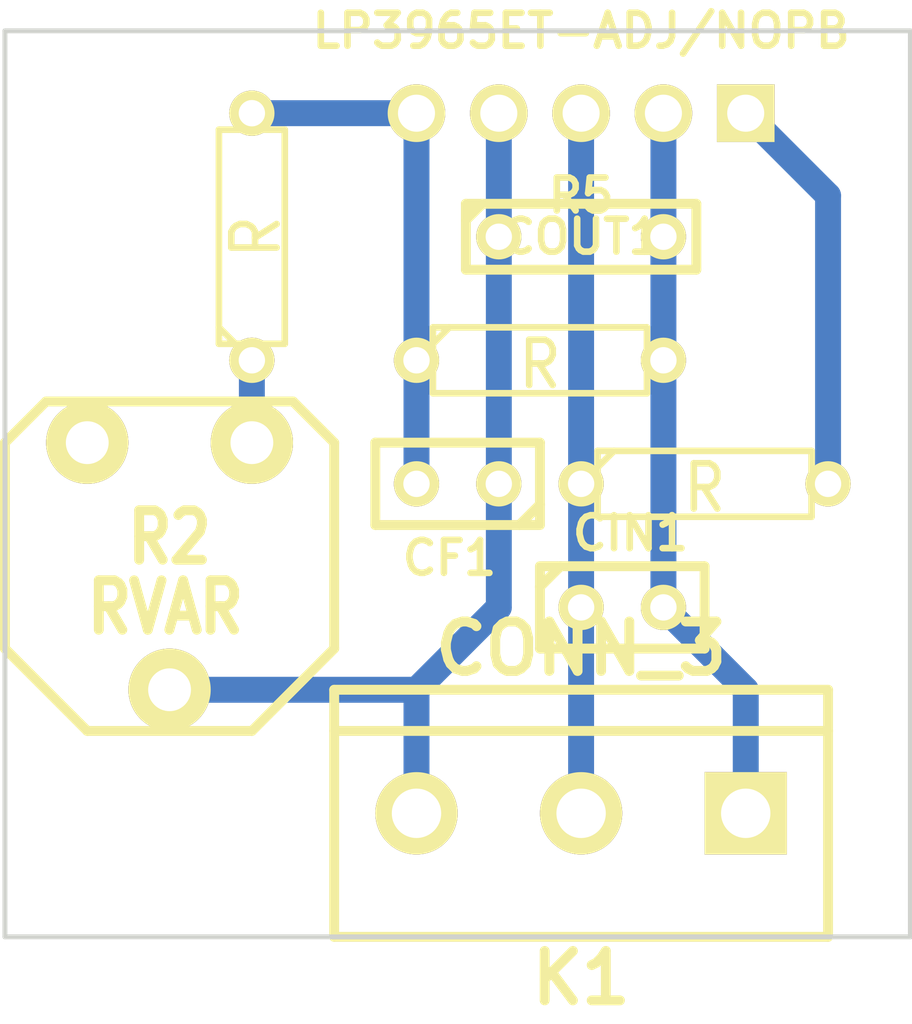
<source format=kicad_pcb>
(kicad_pcb (version 3) (host pcbnew "(2013-may-18)-stable")

  (general
    (links 16)
    (no_connects 0)
    (area 166.687599 67.1704 195.917155 99.5044)
    (thickness 1.6)
    (drawings 4)
    (tracks 22)
    (zones 0)
    (modules 11)
    (nets 7)
  )

  (page A3)
  (layers
    (15 F.Cu signal)
    (0 B.Cu signal)
    (16 B.Adhes user)
    (17 F.Adhes user)
    (18 B.Paste user)
    (19 F.Paste user)
    (20 B.SilkS user)
    (21 F.SilkS user)
    (22 B.Mask user)
    (23 F.Mask user)
    (24 Dwgs.User user)
    (25 Cmts.User user)
    (26 Eco1.User user)
    (27 Eco2.User user)
    (28 Edge.Cuts user)
  )

  (setup
    (last_trace_width 0.8)
    (trace_clearance 0.8)
    (zone_clearance 0.508)
    (zone_45_only no)
    (trace_min 0.8)
    (segment_width 0.2)
    (edge_width 0.15)
    (via_size 0.889)
    (via_drill 0.635)
    (via_min_size 0.889)
    (via_min_drill 0.508)
    (uvia_size 0.508)
    (uvia_drill 0.127)
    (uvias_allowed no)
    (uvia_min_size 0.508)
    (uvia_min_drill 0.127)
    (pcb_text_width 0.3)
    (pcb_text_size 1 1)
    (mod_edge_width 0.15)
    (mod_text_size 1 1)
    (mod_text_width 0.15)
    (pad_size 2.54 2.54)
    (pad_drill 1.3208)
    (pad_to_mask_clearance 0)
    (aux_axis_origin 0 0)
    (visible_elements 7FFFFFFF)
    (pcbplotparams
      (layerselection 3178497)
      (usegerberextensions true)
      (excludeedgelayer true)
      (linewidth 0.150000)
      (plotframeref false)
      (viasonmask false)
      (mode 1)
      (useauxorigin false)
      (hpglpennumber 1)
      (hpglpenspeed 20)
      (hpglpendiameter 15)
      (hpglpenoverlay 2)
      (psnegative false)
      (psa4output false)
      (plotreference true)
      (plotvalue true)
      (plotothertext true)
      (plotinvisibletext false)
      (padsonsilk false)
      (subtractmaskfromsilk false)
      (outputformat 1)
      (mirror false)
      (drillshape 1)
      (scaleselection 1)
      (outputdirectory ""))
  )

  (net 0 "")
  (net 1 /ADJ)
  (net 2 /SD)
  (net 3 /VIN)
  (net 4 /VOUT)
  (net 5 GND)
  (net 6 N-000002)

  (net_class Default "This is the default net class."
    (clearance 0.8)
    (trace_width 0.8)
    (via_dia 0.889)
    (via_drill 0.635)
    (uvia_dia 0.508)
    (uvia_drill 0.127)
    (add_net "")
    (add_net /ADJ)
    (add_net /SD)
    (add_net /VIN)
    (add_net /VOUT)
    (add_net GND)
    (add_net N-000002)
  )

  (module R3 (layer F.Cu) (tedit 4E4C0E65) (tstamp 543307FA)
    (at 184.15 78.74)
    (descr "Resitance 3 pas")
    (tags R)
    (path /5404C8D9)
    (autoplace_cost180 10)
    (fp_text reference R1 (at 0 0.127) (layer F.SilkS) hide
      (effects (font (size 1.397 1.27) (thickness 0.2032)))
    )
    (fp_text value R (at 0 0.127) (layer F.SilkS)
      (effects (font (size 1.397 1.27) (thickness 0.2032)))
    )
    (fp_line (start -3.81 0) (end -3.302 0) (layer F.SilkS) (width 0.2032))
    (fp_line (start 3.81 0) (end 3.302 0) (layer F.SilkS) (width 0.2032))
    (fp_line (start 3.302 0) (end 3.302 -1.016) (layer F.SilkS) (width 0.2032))
    (fp_line (start 3.302 -1.016) (end -3.302 -1.016) (layer F.SilkS) (width 0.2032))
    (fp_line (start -3.302 -1.016) (end -3.302 1.016) (layer F.SilkS) (width 0.2032))
    (fp_line (start -3.302 1.016) (end 3.302 1.016) (layer F.SilkS) (width 0.2032))
    (fp_line (start 3.302 1.016) (end 3.302 0) (layer F.SilkS) (width 0.2032))
    (fp_line (start -3.302 -0.508) (end -2.794 -1.016) (layer F.SilkS) (width 0.2032))
    (pad 1 thru_hole circle (at -3.81 0) (size 1.397 1.397) (drill 0.8128)
      (layers *.Cu *.Mask F.SilkS)
      (net 1 /ADJ)
    )
    (pad 2 thru_hole circle (at 3.81 0) (size 1.397 1.397) (drill 0.8128)
      (layers *.Cu *.Mask F.SilkS)
      (net 5 GND)
    )
    (model discret/resistor.wrl
      (at (xyz 0 0 0))
      (scale (xyz 0.3 0.3 0.3))
      (rotate (xyz 0 0 0))
    )
  )

  (module R3 (layer F.Cu) (tedit 4E4C0E65) (tstamp 5432FE3F)
    (at 175.26 74.93 90)
    (descr "Resitance 3 pas")
    (tags R)
    (path /5404D4B5)
    (autoplace_cost180 10)
    (fp_text reference R3 (at 0 0.127 90) (layer F.SilkS) hide
      (effects (font (size 1.397 1.27) (thickness 0.2032)))
    )
    (fp_text value R (at 0 0.127 90) (layer F.SilkS)
      (effects (font (size 1.397 1.27) (thickness 0.2032)))
    )
    (fp_line (start -3.81 0) (end -3.302 0) (layer F.SilkS) (width 0.2032))
    (fp_line (start 3.81 0) (end 3.302 0) (layer F.SilkS) (width 0.2032))
    (fp_line (start 3.302 0) (end 3.302 -1.016) (layer F.SilkS) (width 0.2032))
    (fp_line (start 3.302 -1.016) (end -3.302 -1.016) (layer F.SilkS) (width 0.2032))
    (fp_line (start -3.302 -1.016) (end -3.302 1.016) (layer F.SilkS) (width 0.2032))
    (fp_line (start -3.302 1.016) (end 3.302 1.016) (layer F.SilkS) (width 0.2032))
    (fp_line (start 3.302 1.016) (end 3.302 0) (layer F.SilkS) (width 0.2032))
    (fp_line (start -3.302 -0.508) (end -2.794 -1.016) (layer F.SilkS) (width 0.2032))
    (pad 1 thru_hole circle (at -3.81 0 90) (size 1.397 1.397) (drill 0.8128)
      (layers *.Cu *.Mask F.SilkS)
      (net 6 N-000002)
    )
    (pad 2 thru_hole circle (at 3.81 0 90) (size 1.397 1.397) (drill 0.8128)
      (layers *.Cu *.Mask F.SilkS)
      (net 1 /ADJ)
    )
    (model discret/resistor.wrl
      (at (xyz 0 0 0))
      (scale (xyz 0.3 0.3 0.3))
      (rotate (xyz 0 0 0))
    )
  )

  (module R3 (layer F.Cu) (tedit 4E4C0E65) (tstamp 54174E39)
    (at 189.23 82.55)
    (descr "Resitance 3 pas")
    (tags R)
    (path /5404D6B8)
    (autoplace_cost180 10)
    (fp_text reference R4 (at 0 0.127) (layer F.SilkS) hide
      (effects (font (size 1.397 1.27) (thickness 0.2032)))
    )
    (fp_text value R (at 0 0.127) (layer F.SilkS)
      (effects (font (size 1.397 1.27) (thickness 0.2032)))
    )
    (fp_line (start -3.81 0) (end -3.302 0) (layer F.SilkS) (width 0.2032))
    (fp_line (start 3.81 0) (end 3.302 0) (layer F.SilkS) (width 0.2032))
    (fp_line (start 3.302 0) (end 3.302 -1.016) (layer F.SilkS) (width 0.2032))
    (fp_line (start 3.302 -1.016) (end -3.302 -1.016) (layer F.SilkS) (width 0.2032))
    (fp_line (start -3.302 -1.016) (end -3.302 1.016) (layer F.SilkS) (width 0.2032))
    (fp_line (start -3.302 1.016) (end 3.302 1.016) (layer F.SilkS) (width 0.2032))
    (fp_line (start 3.302 1.016) (end 3.302 0) (layer F.SilkS) (width 0.2032))
    (fp_line (start -3.302 -0.508) (end -2.794 -1.016) (layer F.SilkS) (width 0.2032))
    (pad 1 thru_hole circle (at -3.81 0) (size 1.397 1.397) (drill 0.8128)
      (layers *.Cu *.Mask F.SilkS)
      (net 3 /VIN)
    )
    (pad 2 thru_hole circle (at 3.81 0) (size 1.397 1.397) (drill 0.8128)
      (layers *.Cu *.Mask F.SilkS)
      (net 2 /SD)
    )
    (model discret/resistor.wrl
      (at (xyz 0 0 0))
      (scale (xyz 0.3 0.3 0.3))
      (rotate (xyz 0 0 0))
    )
  )

  (module C1 (layer F.Cu) (tedit 3F92C496) (tstamp 5457E8E5)
    (at 186.69 86.36)
    (descr "Condensateur e = 1 pas")
    (tags C)
    (path /5404CBF8)
    (fp_text reference CIN1 (at 0.254 -2.286) (layer F.SilkS)
      (effects (font (size 1.016 1.016) (thickness 0.2032)))
    )
    (fp_text value C (at 0 -2.286) (layer F.SilkS) hide
      (effects (font (size 1.016 1.016) (thickness 0.2032)))
    )
    (fp_line (start -2.4892 -1.27) (end 2.54 -1.27) (layer F.SilkS) (width 0.3048))
    (fp_line (start 2.54 -1.27) (end 2.54 1.27) (layer F.SilkS) (width 0.3048))
    (fp_line (start 2.54 1.27) (end -2.54 1.27) (layer F.SilkS) (width 0.3048))
    (fp_line (start -2.54 1.27) (end -2.54 -1.27) (layer F.SilkS) (width 0.3048))
    (fp_line (start -2.54 -0.635) (end -1.905 -1.27) (layer F.SilkS) (width 0.3048))
    (pad 1 thru_hole circle (at -1.27 0) (size 1.397 1.397) (drill 0.8128)
      (layers *.Cu *.Mask F.SilkS)
      (net 3 /VIN)
    )
    (pad 2 thru_hole circle (at 1.27 0) (size 1.397 1.397) (drill 0.8128)
      (layers *.Cu *.Mask F.SilkS)
      (net 5 GND)
    )
    (model discret/capa_1_pas.wrl
      (at (xyz 0 0 0))
      (scale (xyz 1 1 1))
      (rotate (xyz 0 0 0))
    )
  )

  (module C1 (layer F.Cu) (tedit 3F92C496) (tstamp 54611A80)
    (at 181.61 82.55 180)
    (descr "Condensateur e = 1 pas")
    (tags C)
    (path /5404D387)
    (fp_text reference CF1 (at 0.254 -2.286 180) (layer F.SilkS)
      (effects (font (size 1.016 1.016) (thickness 0.2032)))
    )
    (fp_text value C (at 0 -2.286 180) (layer F.SilkS) hide
      (effects (font (size 1.016 1.016) (thickness 0.2032)))
    )
    (fp_line (start -2.4892 -1.27) (end 2.54 -1.27) (layer F.SilkS) (width 0.3048))
    (fp_line (start 2.54 -1.27) (end 2.54 1.27) (layer F.SilkS) (width 0.3048))
    (fp_line (start 2.54 1.27) (end -2.54 1.27) (layer F.SilkS) (width 0.3048))
    (fp_line (start -2.54 1.27) (end -2.54 -1.27) (layer F.SilkS) (width 0.3048))
    (fp_line (start -2.54 -0.635) (end -1.905 -1.27) (layer F.SilkS) (width 0.3048))
    (pad 1 thru_hole circle (at -1.27 0 180) (size 1.397 1.397) (drill 0.8128)
      (layers *.Cu *.Mask F.SilkS)
      (net 4 /VOUT)
    )
    (pad 2 thru_hole circle (at 1.27 0 180) (size 1.397 1.397) (drill 0.8128)
      (layers *.Cu *.Mask F.SilkS)
      (net 1 /ADJ)
    )
    (model discret/capa_1_pas.wrl
      (at (xyz 0 0 0))
      (scale (xyz 1 1 1))
      (rotate (xyz 0 0 0))
    )
  )

  (module bornier3 (layer F.Cu) (tedit 54330689) (tstamp 5457E8D9)
    (at 185.42 92.71 180)
    (descr "Bornier d'alimentation 3 pins")
    (tags DEV)
    (path /5404D61C)
    (fp_text reference K1 (at 0 -5.08 180) (layer F.SilkS)
      (effects (font (size 1.524 1.524) (thickness 0.3048)))
    )
    (fp_text value CONN_3 (at 0 5.08 180) (layer F.SilkS)
      (effects (font (size 1.524 1.524) (thickness 0.3048)))
    )
    (fp_line (start -7.62 3.81) (end -7.62 -3.81) (layer F.SilkS) (width 0.3048))
    (fp_line (start 7.62 3.81) (end 7.62 -3.81) (layer F.SilkS) (width 0.3048))
    (fp_line (start -7.62 2.54) (end 7.62 2.54) (layer F.SilkS) (width 0.3048))
    (fp_line (start -7.62 -3.81) (end 7.62 -3.81) (layer F.SilkS) (width 0.3048))
    (fp_line (start -7.62 3.81) (end 7.62 3.81) (layer F.SilkS) (width 0.3048))
    (pad 1 thru_hole rect (at -5.08 0 180) (size 2.54 2.54) (drill 1.524)
      (layers *.Cu *.Mask F.SilkS)
      (net 5 GND)
    )
    (pad 2 thru_hole circle (at 0 0 180) (size 2.54 2.54) (drill 1.524)
      (layers *.Cu *.Mask F.SilkS)
      (net 3 /VIN)
    )
    (pad 3 thru_hole circle (at 5.08 0 180) (size 2.54 2.54) (drill 1.524)
      (layers *.Cu *.Mask F.SilkS)
      (net 4 /VOUT)
    )
    (model device/bornier_3.wrl
      (at (xyz 0 0 0))
      (scale (xyz 1 1 1))
      (rotate (xyz 0 0 0))
    )
  )

  (module C2 (layer F.Cu) (tedit 200000) (tstamp 54174E5A)
    (at 185.42 74.93)
    (descr "Condensateur = 2 pas")
    (tags C)
    (path /5404D521)
    (fp_text reference COUT1 (at 0 0) (layer F.SilkS)
      (effects (font (size 1.016 1.016) (thickness 0.2032)))
    )
    (fp_text value C (at 0 0) (layer F.SilkS) hide
      (effects (font (size 1.016 1.016) (thickness 0.2032)))
    )
    (fp_line (start -3.556 -1.016) (end 3.556 -1.016) (layer F.SilkS) (width 0.3048))
    (fp_line (start 3.556 -1.016) (end 3.556 1.016) (layer F.SilkS) (width 0.3048))
    (fp_line (start 3.556 1.016) (end -3.556 1.016) (layer F.SilkS) (width 0.3048))
    (fp_line (start -3.556 1.016) (end -3.556 -1.016) (layer F.SilkS) (width 0.3048))
    (fp_line (start -3.556 -0.508) (end -3.048 -1.016) (layer F.SilkS) (width 0.3048))
    (pad 1 thru_hole circle (at -2.54 0) (size 1.397 1.397) (drill 0.8128)
      (layers *.Cu *.Mask F.SilkS)
      (net 4 /VOUT)
    )
    (pad 2 thru_hole circle (at 2.54 0) (size 1.397 1.397) (drill 0.8128)
      (layers *.Cu *.Mask F.SilkS)
      (net 5 GND)
    )
    (model discret/capa_2pas_5x5mm.wrl
      (at (xyz 0 0 0))
      (scale (xyz 1 1 1))
      (rotate (xyz 0 0 0))
    )
  )

  (module RVAR (layer F.Cu) (tedit 5457F02A) (tstamp 5468BD51)
    (at 172.72 85.09 180)
    (descr "Resistance variable")
    (tags RV)
    (path /5404D44D)
    (fp_text reference R2 (at 0 0.889 180) (layer F.SilkS)
      (effects (font (size 1.524 1.27) (thickness 0.3048)))
    )
    (fp_text value RVAR (at 0.127 -1.27 180) (layer F.SilkS)
      (effects (font (size 1.524 1.27) (thickness 0.3048)))
    )
    (fp_line (start 2.54 -5.08) (end -2.54 -5.08) (layer F.SilkS) (width 0.3048))
    (fp_line (start -2.54 -5.08) (end -5.08 -2.54) (layer F.SilkS) (width 0.3048))
    (fp_line (start -5.08 -2.54) (end -5.08 3.81) (layer F.SilkS) (width 0.3048))
    (fp_line (start -5.08 3.81) (end -3.81 5.08) (layer F.SilkS) (width 0.3048))
    (fp_line (start -3.81 5.08) (end 3.81 5.08) (layer F.SilkS) (width 0.3048))
    (fp_line (start 3.81 5.08) (end 5.08 3.81) (layer F.SilkS) (width 0.3048))
    (fp_line (start 5.08 3.81) (end 5.08 -2.54) (layer F.SilkS) (width 0.3048))
    (fp_line (start 5.08 -2.54) (end 2.54 -5.08) (layer F.SilkS) (width 0.3048))
    (pad 1 thru_hole circle (at 0 -3.81 180) (size 2.54 2.54) (drill 1.3208)
      (layers *.Cu *.Mask F.SilkS)
      (net 4 /VOUT)
    )
    (pad 3 thru_hole circle (at 2.54 3.81 180) (size 2.54 2.54) (drill 1.3208)
      (layers *.Cu *.Mask F.SilkS)
    )
    (pad 2 thru_hole circle (at -2.54 3.81 180) (size 2.54 2.54) (drill 1.3208)
      (layers *.Cu *.Mask F.SilkS)
      (net 6 N-000002)
    )
  )

  (module TO220-5 (layer F.Cu) (tedit 5468BF18) (tstamp 54174E0F)
    (at 185.42 68.58 90)
    (descr "Transistor TO 220-5")
    (tags "TR TO220 DEV")
    (path /5404C824)
    (fp_text reference R5 (at -5.08 0 180) (layer F.SilkS)
      (effects (font (size 1.016 1.016) (thickness 0.2032)))
    )
    (fp_text value LP3965ET-ADJ/NOPB (at 0 0 180) (layer F.SilkS)
      (effects (font (size 1.016 1.016) (thickness 0.2032)))
    )
    (pad 1 thru_hole rect (at -2.54 5.08 90) (size 1.778 1.778) (drill 1.143)
      (layers *.Cu *.Mask F.SilkS)
      (net 2 /SD)
    )
    (pad 2 thru_hole circle (at -2.54 0 90) (size 1.778 1.778) (drill 1.143)
      (layers *.Cu *.Mask F.SilkS)
      (net 3 /VIN)
    )
    (pad 3 thru_hole circle (at -2.54 2.54 90) (size 1.778 1.778) (drill 1.143)
      (layers *.Cu *.Mask F.SilkS)
      (net 5 GND)
    )
    (pad 4 thru_hole circle (at -2.54 -2.54 90) (size 1.778 1.778) (drill 1.143)
      (layers *.Cu *.Mask F.SilkS)
      (net 4 /VOUT)
    )
    (pad 5 thru_hole circle (at -2.54 -5.08 90) (size 1.778 1.778) (drill 1.143)
      (layers *.Cu *.Mask F.SilkS)
      (net 1 /ADJ)
    )
    (model discret/to220_horiz.wrl
      (at (xyz 0 0 0))
      (scale (xyz 1 1 1))
      (rotate (xyz 0 0 0))
    )
  )

  (module sigmike (layer F.Cu) (tedit 0) (tstamp 546BBCB9)
    (at 170.815 74.93)
    (fp_text reference VAL (at 0 0) (layer F.SilkS) hide
      (effects (font (size 0.381 0.381) (thickness 0.127)))
    )
    (fp_text value REF (at 0 0) (layer F.SilkS) hide
      (effects (font (size 0.381 0.381) (thickness 0.127)))
    )
    (fp_poly (pts (xy 2.35458 2.86258) (xy -0.0127 2.86258) (xy -2.37744 2.86258) (xy -2.37744 2.21742)
      (xy -2.37744 1.57226) (xy -2.13614 1.57226) (xy -1.89484 1.57226) (xy -1.89484 1.97612)
      (xy -1.89484 2.37998) (xy -0.58166 2.37998) (xy -0.22352 2.37998) (xy 0.0635 2.37744)
      (xy 0.28448 2.3749) (xy 0.44958 2.37236) (xy 0.56388 2.36728) (xy 0.63754 2.35966)
      (xy 0.67818 2.3495) (xy 0.69088 2.33426) (xy 0.6858 2.31648) (xy 0.67818 2.30378)
      (xy 0.64008 2.25552) (xy 0.55626 2.15392) (xy 0.43434 2.0066) (xy 0.2794 1.82372)
      (xy 0.1016 1.61036) (xy -0.09652 1.37668) (xy -0.18034 1.27254) (xy -0.381 1.03632)
      (xy -0.56388 0.81534) (xy -0.72136 0.6223) (xy -0.8509 0.46482) (xy -0.94234 0.34798)
      (xy -0.99314 0.2794) (xy -0.99822 0.26924) (xy -0.97536 0.2286) (xy -0.90424 0.13716)
      (xy -0.78994 -0.00254) (xy -0.63754 -0.18288) (xy -0.4572 -0.3937) (xy -0.25146 -0.63246)
      (xy -0.0254 -0.889) (xy 0.02032 -0.94234) (xy 0.24892 -1.20142) (xy 0.45974 -1.44018)
      (xy 0.6477 -1.65608) (xy 0.80518 -1.83642) (xy 0.92964 -1.97866) (xy 1.01092 -2.07518)
      (xy 1.04648 -2.11836) (xy 1.04902 -2.1209) (xy 1.01092 -2.12598) (xy 0.89916 -2.12852)
      (xy 0.72644 -2.13106) (xy 0.49784 -2.1336) (xy 0.22606 -2.13614) (xy -0.08128 -2.13614)
      (xy -0.41656 -2.13614) (xy -0.42164 -2.13868) (xy -1.88976 -2.13868) (xy -1.90246 -1.86436)
      (xy -1.91516 -1.59258) (xy -2.13614 -1.59258) (xy -2.35966 -1.59258) (xy -2.36982 -2.2479)
      (xy -2.37998 -2.90322) (xy -0.01778 -2.90322) (xy 0.47244 -2.90322) (xy 0.91694 -2.90068)
      (xy 1.3081 -2.89814) (xy 1.64338 -2.89306) (xy 1.91516 -2.88798) (xy 2.12598 -2.8829)
      (xy 2.26314 -2.87782) (xy 2.32918 -2.86766) (xy 2.33172 -2.86512) (xy 2.30378 -2.82956)
      (xy 2.22504 -2.73812) (xy 2.10566 -2.59842) (xy 1.94818 -2.42062) (xy 1.75768 -2.20218)
      (xy 1.54178 -1.95834) (xy 1.30302 -1.68656) (xy 1.0795 -1.4351) (xy 0.8255 -1.15062)
      (xy 0.59182 -0.88392) (xy 0.37846 -0.64008) (xy 0.19304 -0.42672) (xy 0.04318 -0.25146)
      (xy -0.07112 -0.1143) (xy -0.1397 -0.02794) (xy -0.16002 0) (xy -0.13462 0.0381)
      (xy -0.06096 0.127) (xy 0.0508 0.26162) (xy 0.2032 0.43434) (xy 0.381 0.64008)
      (xy 0.57912 0.87122) (xy 0.79502 1.1176) (xy 1.02108 1.37414) (xy 1.25222 1.63576)
      (xy 1.48082 1.8923) (xy 1.69926 2.13868) (xy 1.90246 2.36728) (xy 2.08534 2.56794)
      (xy 2.23774 2.73812) (xy 2.25298 2.75082) (xy 2.35458 2.86258) (xy 2.35458 2.86258)) (layer Dwgs.User) (width 0.00254))
  )

  (module acolab (layer F.Cu) (tedit 0) (tstamp 546BBD1E)
    (at 172.72 93.345)
    (fp_text reference VAL (at 0 0) (layer F.SilkS) hide
      (effects (font (size 0.381 0.381) (thickness 0.127)))
    )
    (fp_text value REF (at 0 0) (layer F.SilkS) hide
      (effects (font (size 0.381 0.381) (thickness 0.127)))
    )
    (fp_poly (pts (xy 3.92684 -1.57988) (xy 3.90398 -1.33604) (xy 3.79222 -1.09474) (xy 3.7846 -1.0795)
      (xy 3.62458 -0.90424) (xy 3.42138 -0.79502) (xy 3.3782 -0.78994) (xy 3.3782 -1.56972)
      (xy 3.3147 -1.67894) (xy 3.2004 -1.7526) (xy 3.07594 -1.7399) (xy 2.97942 -1.66878)
      (xy 2.91592 -1.55194) (xy 2.9337 -1.42494) (xy 3.01752 -1.3208) (xy 3.11404 -1.27)
      (xy 3.21056 -1.28778) (xy 3.2893 -1.33604) (xy 3.37312 -1.44018) (xy 3.3782 -1.56972)
      (xy 3.3782 -0.78994) (xy 3.16484 -0.7493) (xy 3.07594 -0.74676) (xy 2.78384 -0.74676)
      (xy 2.11582 0.0508) (xy 1.4478 0.84582) (xy 1.6129 1.1684) (xy 1.69672 1.34366)
      (xy 1.75006 1.48844) (xy 1.78054 1.64084) (xy 1.79578 1.83642) (xy 1.79832 1.89992)
      (xy 1.81864 2.30632) (xy 1.45796 2.30632) (xy 1.09728 2.30632) (xy 1.0668 1.99898)
      (xy 0.99822 1.65862) (xy 0.87122 1.3843) (xy 0.68834 1.17094) (xy 0.41656 0.98806)
      (xy 0.17272 0.89916) (xy 0.17272 -1.16078) (xy 0.11938 -1.2827) (xy 0.0381 -1.35128)
      (xy -0.05588 -1.39192) (xy -0.13208 -1.37922) (xy -0.19812 -1.34112) (xy -0.2921 -1.23444)
      (xy -0.3175 -1.1049) (xy -0.27178 -0.98044) (xy -0.2159 -0.92964) (xy -0.10668 -0.86868)
      (xy -0.01524 -0.87376) (xy 0.08382 -0.92964) (xy 0.16256 -1.03378) (xy 0.17272 -1.16078)
      (xy 0.17272 0.89916) (xy 0.127 0.88646) (xy -0.16764 0.8636) (xy -0.45466 0.91948)
      (xy -0.7239 1.05156) (xy -0.95504 1.25984) (xy -1.07188 1.41478) (xy -1.14046 1.54686)
      (xy -1.18364 1.6891) (xy -1.2065 1.87452) (xy -1.21158 1.9558) (xy -1.2319 2.30632)
      (xy -1.61036 2.30632) (xy -1.98882 2.30632) (xy -1.98882 1.99898) (xy -1.94818 1.62814)
      (xy -1.88214 1.38938) (xy -1.778 1.0795) (xy -2.25044 0.73914) (xy -2.43078 0.6096)
      (xy -2.5908 0.50038) (xy -2.71018 0.4191) (xy -2.77368 0.381) (xy -2.77622 0.37846)
      (xy -2.84988 0.38354) (xy -2.96418 0.41656) (xy -2.99466 0.42926) (xy -3.06324 0.44704)
      (xy -3.06324 -0.18796) (xy -3.1242 -0.28194) (xy -3.2512 -0.31496) (xy -3.25628 -0.31496)
      (xy -3.36042 -0.29718) (xy -3.41122 -0.22606) (xy -3.4163 -0.2032) (xy -3.41376 -0.07112)
      (xy -3.33756 0.01778) (xy -3.22326 0.04572) (xy -3.11912 0.00762) (xy -3.07848 -0.05588)
      (xy -3.06324 -0.18796) (xy -3.06324 0.44704) (xy -3.21818 0.49022) (xy -3.4163 0.47244)
      (xy -3.55854 0.4064) (xy -3.73634 0.25654) (xy -3.84048 0.07112) (xy -3.87858 -0.127)
      (xy -3.85318 -0.32512) (xy -3.76428 -0.50292) (xy -3.62204 -0.64516) (xy -3.42392 -0.7366)
      (xy -3.31724 -0.75692) (xy -3.08356 -0.74422) (xy -2.8829 -0.65532) (xy -2.7305 -0.50546)
      (xy -2.63906 -0.30226) (xy -2.62128 -0.14224) (xy -2.61874 -0.07366) (xy -2.61112 -0.01524)
      (xy -2.58064 0.0381) (xy -2.52222 0.10414) (xy -2.42824 0.18542) (xy -2.28854 0.28956)
      (xy -2.09042 0.4318) (xy -1.8669 0.58674) (xy -1.5875 0.78232) (xy -1.36652 0.5969)
      (xy -1.11506 0.41148) (xy -0.84836 0.2667) (xy -0.59944 0.17272) (xy -0.53086 0.15748)
      (xy -0.42926 0.13462) (xy -0.37846 0.09652) (xy -0.36322 0.01524) (xy -0.36322 -0.09398)
      (xy -0.3683 -0.23114) (xy -0.39878 -0.31496) (xy -0.47498 -0.38608) (xy -0.54102 -0.42926)
      (xy -0.7239 -0.59436) (xy -0.84582 -0.81026) (xy -0.90424 -1.0541) (xy -0.89154 -1.31064)
      (xy -0.80518 -1.55194) (xy -0.8001 -1.55956) (xy -0.65278 -1.7399) (xy -0.44704 -1.87706)
      (xy -0.21082 -1.95834) (xy 0.01778 -1.97104) (xy 0.28702 -1.89992) (xy 0.50546 -1.75768)
      (xy 0.66294 -1.55702) (xy 0.75184 -1.3081) (xy 0.76962 -1.12776) (xy 0.75692 -0.97282)
      (xy 0.73406 -0.84328) (xy 0.71628 -0.79756) (xy 0.6096 -0.64262) (xy 0.45974 -0.49022)
      (xy 0.30734 -0.381) (xy 0.3048 -0.37846) (xy 0.2286 -0.32766) (xy 0.19304 -0.25908)
      (xy 0.18288 -0.14478) (xy 0.18034 -0.0889) (xy 0.18796 0.05334) (xy 0.21336 0.12446)
      (xy 0.24638 0.13462) (xy 0.3683 0.15748) (xy 0.5334 0.21082) (xy 0.71374 0.28702)
      (xy 0.8763 0.37338) (xy 0.9271 0.40386) (xy 1.04394 0.4826) (xy 1.13538 0.54102)
      (xy 1.15824 0.55626) (xy 1.20396 0.5334) (xy 1.30048 0.4445) (xy 1.44526 0.2921)
      (xy 1.62814 0.08636) (xy 1.84912 -0.17018) (xy 1.87706 -0.20828) (xy 2.54762 -1.0033)
      (xy 2.4638 -1.14046) (xy 2.40284 -1.3081) (xy 2.38252 -1.51638) (xy 2.42062 -1.77292)
      (xy 2.5273 -1.98628) (xy 2.68224 -2.1463) (xy 2.87782 -2.25044) (xy 3.09626 -2.29108)
      (xy 3.32486 -2.26822) (xy 3.54838 -2.16916) (xy 3.71602 -2.02946) (xy 3.86334 -1.8161)
      (xy 3.92684 -1.57988) (xy 3.92684 -1.57988)) (layer Dwgs.User) (width 0.00254))
  )

  (gr_line (start 167.64 96.52) (end 167.64 68.58) (angle 90) (layer Edge.Cuts) (width 0.15))
  (gr_line (start 195.58 68.58) (end 195.58 96.52) (angle 90) (layer Edge.Cuts) (width 0.15))
  (gr_line (start 195.58 96.52) (end 167.64 96.52) (angle 90) (layer Edge.Cuts) (width 0.15))
  (gr_line (start 167.64 68.58) (end 195.58 68.58) (angle 90) (layer Edge.Cuts) (width 0.15))

  (segment (start 175.26 71.12) (end 180.34 71.12) (width 0.8) (layer B.Cu) (net 1))
  (segment (start 180.34 78.74) (end 180.34 71.12) (width 0.8) (layer B.Cu) (net 1))
  (segment (start 180.34 82.55) (end 180.34 82.55) (width 0.8) (layer B.Cu) (net 1) (status 10))
  (segment (start 180.34 82.55) (end 180.34 78.74) (width 0.8) (layer B.Cu) (net 1) (tstamp 54612418) (status 10))
  (segment (start 190.5 71.12) (end 193.04 73.66) (width 0.8) (layer B.Cu) (net 2))
  (segment (start 193.04 73.66) (end 193.04 82.55) (width 0.8) (layer B.Cu) (net 2) (tstamp 54612BBF))
  (segment (start 185.42 92.71) (end 185.42 86.36) (width 0.8) (layer B.Cu) (net 3))
  (segment (start 185.42 82.55) (end 185.42 71.12) (width 0.8) (layer B.Cu) (net 3))
  (segment (start 185.42 86.36) (end 185.42 82.55) (width 0.8) (layer B.Cu) (net 3) (tstamp 5457F4A7) (status 10))
  (segment (start 180.34 88.9) (end 182.88 86.36) (width 0.8) (layer B.Cu) (net 4))
  (segment (start 182.88 86.36) (end 182.88 82.55) (width 0.8) (layer B.Cu) (net 4) (tstamp 5468BD8D))
  (segment (start 182.88 82.55) (end 182.88 74.93) (width 0.8) (layer B.Cu) (net 4) (tstamp 5468BD91))
  (segment (start 172.72 88.9) (end 180.34 88.9) (width 0.8) (layer B.Cu) (net 4))
  (segment (start 180.34 92.71) (end 180.34 88.9) (width 0.8) (layer B.Cu) (net 4))
  (segment (start 182.88 74.93) (end 182.88 71.12) (width 0.8) (layer B.Cu) (net 4))
  (segment (start 190.5 92.71) (end 190.5 88.9) (width 0.8) (layer B.Cu) (net 5))
  (segment (start 190.5 88.9) (end 187.96 86.36) (width 0.8) (layer B.Cu) (net 5) (tstamp 5468BD54))
  (segment (start 187.96 71.12) (end 187.96 74.93) (width 0.8) (layer B.Cu) (net 5))
  (segment (start 187.96 74.93) (end 187.96 78.74) (width 0.8) (layer B.Cu) (net 5) (tstamp 54611129) (status 10))
  (segment (start 187.96 78.74) (end 187.96 86.36) (width 0.8) (layer B.Cu) (net 5) (status 10))
  (segment (start 175.26 81.28) (end 175.26 80.01) (width 0.8) (layer B.Cu) (net 6) (status 10))
  (segment (start 175.26 80.01) (end 175.26 78.74) (width 0.8) (layer B.Cu) (net 6) (tstamp 54612C3F) (status 20))

)

</source>
